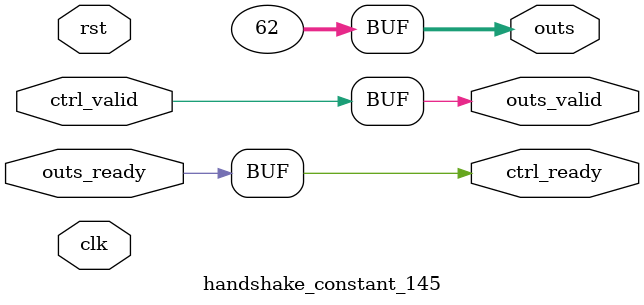
<source format=v>
`timescale 1ns / 1ps
module handshake_constant_145 #(
  parameter DATA_WIDTH = 32  // Default set to 32 bits
) (
  input                       clk,
  input                       rst,
  // Input Channel
  input                       ctrl_valid,
  output                      ctrl_ready,
  // Output Channel
  output [DATA_WIDTH - 1 : 0] outs,
  output                      outs_valid,
  input                       outs_ready
);
  assign outs       = 7'b0111110;
  assign outs_valid = ctrl_valid;
  assign ctrl_ready = outs_ready;

endmodule

</source>
